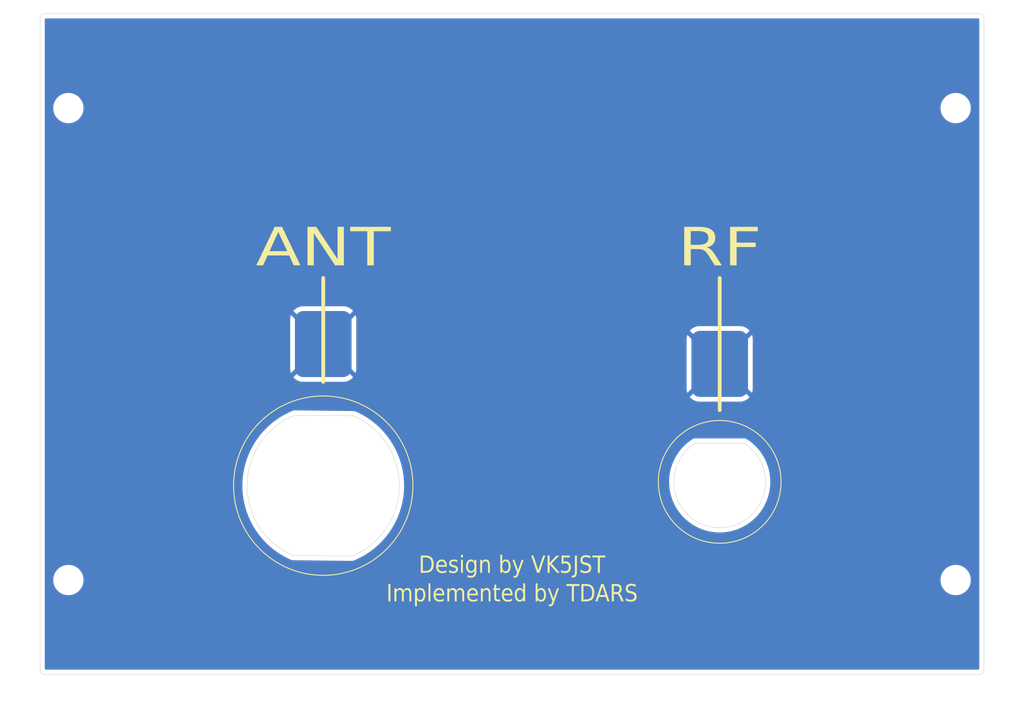
<source format=kicad_pcb>
(kicad_pcb (version 20241229) (generator "pcbnew") (generator_version "9.0")
  (layers (0 "F.Cu" signal) (2 "B.Cu" signal) (13 "F.Paste" user) (15 "B.Paste" user) (5 "F.SilkS" user "F.Silkscreen") (7 "B.SilkS" user "B.Silkscreen") (1 "F.Mask" user) (3 "B.Mask" user) (25 "Edge.Cuts" user))
  (net 0 "")
  (net 1 "GND")
  (footprint "MountingHole:MountingHole_2.7mm" (layer "F.Cu") (at 147 90)
    (property "Reference" "H9")
    (property "Value" "Screw Hole 2.7mm")
    (pad "" np_thru_hole circle (at 0 0) (size 2.7 2.7) (drill 2.7) (layers "*.Cu" "*.Mask"))
  )
  (footprint "User_Global_Library:N Socket Hole 1-1337417-0" (layer "F.Cu") (at 80 130)
    (property "Reference" "H5")
    (property "Value" "N Socket 1-1337417-0 Cutout")
    (fp_circle (center 0 0) (end 0 9.5) (stroke (width 0.1)) (fill no) (layer "F.SilkS"))
    (fp_line (start 3.029032 7.471609) (end -3.2 7.399999) (stroke (width 0.05)) (layer "Edge.Cuts"))
    (fp_line (start 3.199998 -7.4) (end -3.029032 -7.471611) (stroke (width 0.05)) (layer "Edge.Cuts"))
    (fp_arc (start -3.2 7.4) (mid -8.061725 -0.09268) (end -3.029032 -7.471611) (stroke (width 0.05)) (layer "Edge.Cuts"))
    (fp_arc (start 3.2 -7.4) (mid 8.061725 0.09268) (end 3.029032 7.471611) (stroke (width 0.05)) (layer "Edge.Cuts"))
    (pad "1" smd roundrect (at 0 -15 90) (size 7 6) (layers "B.Cu" "B.Mask" "B.Paste") (roundrect_rratio 0.15) (net 1 "GND"))
  )
  (footprint "MountingHole:MountingHole_2.7mm" (layer "F.Cu") (at 147 140)
    (property "Reference" "H8")
    (property "Value" "Screw Hole 2.7mm")
    (pad "" np_thru_hole circle (at 0 0) (size 2.7 2.7) (drill 2.7) (layers "*.Cu" "*.Mask"))
  )
  (footprint "MountingHole:MountingHole_2.7mm" (layer "F.Cu") (at 53 90)
    (property "Reference" "H7")
    (property "Value" "Screw Hole 2.7mm")
    (pad "" np_thru_hole circle (at 0 0) (size 2.7 2.7) (drill 2.7) (layers "*.Cu" "*.Mask"))
  )
  (footprint "MountingHole:MountingHole_2.7mm" (layer "F.Cu") (at 53 140)
    (property "Reference" "H6")
    (property "Value" "Screw Hole 2.7mm")
    (pad "" np_thru_hole circle (at 0 0) (size 2.7 2.7) (drill 2.7) (layers "*.Cu" "*.Mask"))
  )
  (footprint "User_Global_Library:BNC Socket Hole 031-221-RFX" (layer "F.Cu") (at 122 129.6)
    (property "Reference" "H4")
    (property "Value" "BNC Socket 031-221-RFX Cutout")
    (fp_circle (center 0 0) (end -6.5 0) (stroke (width 0.1)) (fill no) (layer "F.SilkS"))
    (fp_line (start -2.599998 -4.1) (end 2.6 -4.1) (stroke (width 0.05)) (layer "Edge.Cuts"))
    (fp_arc (start 2.6 -4.1) (mid 0 4.854894) (end -2.6 -4.1) (stroke (width 0.05)) (layer "Edge.Cuts"))
    (pad "1" smd roundrect (at 0 -12.5) (size 6 7) (layers "B.Cu" "B.Mask" "B.Paste") (roundrect_rratio 0.15) (net 1 "GND"))
  )
  (gr_line (start 122 108) (end 122 122) (stroke (width 0.4)) (layer "F.SilkS"))
  (gr_line (start 80 108) (end 80 119) (stroke (width 0.4)) (layer "F.SilkS"))
  (gr_line (start 150 80.5) (end 150 149.5) (stroke (width 0.05)) (layer "Edge.Cuts"))
  (gr_arc (start 150 149.5) (mid 149.853553 149.853553) (end 149.5 150) (stroke (width 0.05)) (layer "Edge.Cuts"))
  (gr_line (start 50 149.5) (end 50 80.5) (stroke (width 0.05)) (layer "Edge.Cuts"))
  (gr_arc (start 149.5 80) (mid 149.853553 80.146447) (end 150 80.5) (stroke (width 0.05)) (layer "Edge.Cuts"))
  (gr_line (start 50.5 80) (end 149.5 80) (stroke (width 0.05)) (layer "Edge.Cuts"))
  (gr_arc (start 50.5 150) (mid 50.146447 149.853553) (end 50 149.5) (stroke (width 0.05)) (layer "Edge.Cuts"))
  (gr_line (start 149.5 150) (end 50.5 150) (stroke (width 0.05)) (layer "Edge.Cuts"))
  (gr_arc (start 50 80.5) (mid 50.146447 80.146447) (end 50.5 80) (stroke (width 0.05)) (layer "Edge.Cuts"))
  (gr_text "RF" (at 122 105 0) (layer "F.SilkS") (effects (font (size 4 5) (thickness 0.1))))
  (gr_text "Design by VK5JST\nImplemented by TDARS" (at 100 140 0) (layer "F.SilkS") (effects (font (size 1.8 1.6) (thickness 0.1))))
  (gr_text "ANT" (at 80 105 0) (layer "F.SilkS") (effects (font (size 4 5) (thickness 0.1))))
  (zone (net 1) (net_name "GND") (layer "B.Cu") (connect_pads (clearance 0.5)) (min_thickness 0.25) (fill yes (thermal_gap 0.5) (thermal_bridge_width 0.5))
    (polygon (pts (xy 50 150) (xy 150 150) (xy 150 80) (xy 50 80)))
  )
)
</source>
